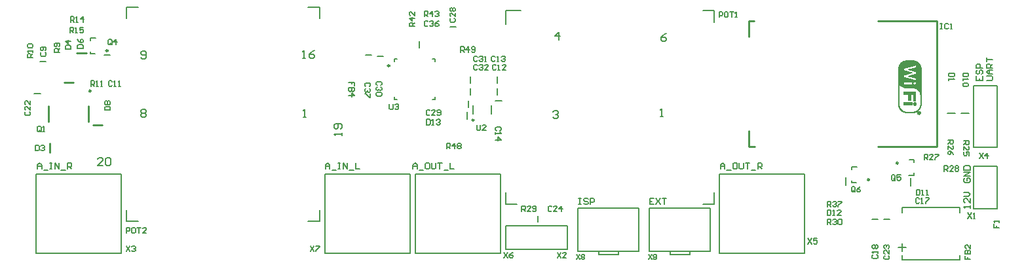
<source format=gto>
G04 Layer_Color=65535*
%FSLAX24Y24*%
%MOIN*%
G70*
G01*
G75*
%ADD31C,0.0098*%
%ADD61C,0.0100*%
%ADD65C,0.0079*%
%ADD66C,0.0059*%
%ADD67C,0.0005*%
D31*
X3707Y8655D02*
G03*
X3707Y8655I-49J0D01*
G01*
X43317Y4134D02*
G03*
X43317Y4134I-49J0D01*
G01*
X44783Y4980D02*
G03*
X44783Y4980I-49J0D01*
G01*
X4577Y10709D02*
G03*
X4577Y10709I-49J0D01*
G01*
X18907Y9941D02*
G03*
X18907Y9941I-49J0D01*
G01*
X23199Y7165D02*
G03*
X23199Y7165I-49J0D01*
G01*
D61*
X1534Y7087D02*
Y7874D01*
X3584Y7087D02*
Y7874D01*
X3810Y6927D02*
X4285D01*
X2998Y10593D02*
X3473D01*
X2334Y9093D02*
X2809D01*
X1612Y5503D02*
Y5978D01*
X43742Y12205D02*
X46742D01*
X37192D02*
X37442D01*
X37192Y11405D02*
Y12205D01*
Y5805D02*
Y6605D01*
Y5805D02*
X37492D01*
X43742D02*
X46742D01*
Y12205D01*
D65*
X18268Y10433D02*
X18583D01*
X15618Y4429D02*
X19949D01*
X15618Y394D02*
Y4429D01*
Y394D02*
X19949D01*
Y4429D01*
X24543Y394D02*
Y4429D01*
X20213Y394D02*
X24543D01*
X20213D02*
Y4429D01*
X24543D01*
X35697D02*
X40028D01*
X35697Y394D02*
Y4429D01*
Y394D02*
X40028D01*
Y4429D01*
X5248Y394D02*
Y4429D01*
X917Y394D02*
X5248D01*
X917D02*
Y4429D01*
X5248D01*
X48622Y2665D02*
Y2780D01*
Y2665D02*
X49803D01*
Y4831D01*
X48622D02*
X49803D01*
X48622Y2780D02*
Y4831D01*
Y5870D02*
Y8921D01*
X49803D01*
Y5772D02*
Y8921D01*
X48622Y5772D02*
X49803D01*
X48622D02*
Y5870D01*
X24803Y591D02*
X27854D01*
X24803D02*
Y1772D01*
X27953D01*
Y591D02*
Y1772D01*
X27854Y591D02*
X27953D01*
X42421Y4639D02*
Y4770D01*
X42677D01*
X42421Y3970D02*
Y4088D01*
Y3970D02*
X42652D01*
X45581Y4344D02*
Y4475D01*
X45325Y4344D02*
X45581D01*
Y5026D02*
Y5144D01*
X45350D02*
X45581D01*
X3681Y11214D02*
Y11345D01*
X3937D01*
X3681Y10545D02*
Y10663D01*
Y10545D02*
X3912D01*
X22835Y7205D02*
Y7598D01*
X42126Y3858D02*
Y4252D01*
X45433Y3819D02*
Y4213D01*
X47992Y7520D02*
X48386D01*
X47283D02*
X47677D01*
X24803Y2894D02*
X25394D01*
X24803D02*
Y3484D01*
X34843Y2894D02*
X35433D01*
Y3484D01*
Y12146D02*
Y12736D01*
X34843D02*
X35433D01*
X24803Y12047D02*
Y12736D01*
X25394D01*
X25591D01*
X5512Y12343D02*
Y12933D01*
X6102D01*
X14764D02*
X15354D01*
Y12343D02*
Y12933D01*
Y2008D02*
Y2598D01*
X14764Y2008D02*
X15354D01*
X14764D02*
X15354D01*
X5512D02*
X6102D01*
X5512D02*
Y2598D01*
X19154Y10148D02*
Y10276D01*
X19282D01*
X19154Y8228D02*
Y8356D01*
Y8228D02*
X19282D01*
X21201D02*
Y8356D01*
X21073Y8228D02*
X21201D01*
Y10148D02*
Y10276D01*
X21073D02*
X21201D01*
X35227Y483D02*
Y2683D01*
X32127Y483D02*
Y2683D01*
X35227D01*
X32127Y483D02*
X35227D01*
X33177Y333D02*
Y483D01*
Y333D02*
X34177D01*
Y441D01*
X31585Y483D02*
Y2683D01*
X28485Y483D02*
Y2683D01*
X31585D01*
X28485Y483D02*
X31585D01*
X29535Y333D02*
Y483D01*
Y333D02*
X30535D01*
Y441D01*
X23031Y8465D02*
Y8780D01*
Y9055D02*
Y9370D01*
X22913Y7835D02*
Y8150D01*
X21969Y11929D02*
X22283D01*
X26457Y1969D02*
Y2283D01*
X44035Y2106D02*
X44350D01*
X827Y8504D02*
X1142D01*
X43445Y2106D02*
X43760D01*
X24291Y8150D02*
X24606D01*
X24370Y9055D02*
Y9370D01*
Y8465D02*
Y8780D01*
X4370Y10472D02*
X4685D01*
X1102Y10157D02*
X1417D01*
X17677Y10472D02*
X17992D01*
X20433Y10866D02*
Y11181D01*
X23150Y7480D02*
Y7913D01*
X24094Y7480D02*
Y7913D01*
X27520Y11260D02*
Y11653D01*
X27323Y11457D01*
X27585D01*
X27205Y7572D02*
X27270Y7638D01*
X27402D01*
X27467Y7572D01*
Y7506D01*
X27402Y7441D01*
X27336D01*
X27402D01*
X27467Y7375D01*
Y7310D01*
X27402Y7244D01*
X27270D01*
X27205Y7310D01*
X32979Y11575D02*
X32848Y11509D01*
X32717Y11378D01*
Y11247D01*
X32782Y11181D01*
X32913D01*
X32979Y11247D01*
Y11312D01*
X32913Y11378D01*
X32717D01*
X32677Y7362D02*
X32808D01*
X32743D01*
Y7756D01*
X32677Y7690D01*
X14528Y7323D02*
X14659D01*
X14593D01*
Y7716D01*
X14528Y7651D01*
X6260D02*
X6325Y7716D01*
X6457D01*
X6522Y7651D01*
Y7585D01*
X6457Y7520D01*
X6522Y7454D01*
Y7388D01*
X6457Y7323D01*
X6325D01*
X6260Y7388D01*
Y7454D01*
X6325Y7520D01*
X6260Y7585D01*
Y7651D01*
X6325Y7520D02*
X6457D01*
X6260Y10341D02*
X6325Y10276D01*
X6457D01*
X6522Y10341D01*
Y10604D01*
X6457Y10669D01*
X6325D01*
X6260Y10604D01*
Y10538D01*
X6325Y10472D01*
X6522D01*
X14488Y10315D02*
X14619D01*
X14554D01*
Y10709D01*
X14488Y10643D01*
X15079Y10709D02*
X14947Y10643D01*
X14816Y10512D01*
Y10381D01*
X14882Y10315D01*
X15013D01*
X15079Y10381D01*
Y10446D01*
X15013Y10512D01*
X14816D01*
X16489Y6394D02*
Y6525D01*
Y6460D01*
X16096D01*
X16161Y6394D01*
X16424Y6722D02*
X16489Y6788D01*
Y6919D01*
X16424Y6985D01*
X16161D01*
X16096Y6919D01*
Y6788D01*
X16161Y6722D01*
X16227D01*
X16293Y6788D01*
Y6985D01*
X4317Y4843D02*
X4055D01*
X4317Y5105D01*
Y5171D01*
X4252Y5236D01*
X4121D01*
X4055Y5171D01*
X4449D02*
X4514Y5236D01*
X4645D01*
X4711Y5171D01*
Y4908D01*
X4645Y4843D01*
X4514D01*
X4449Y4908D01*
Y5171D01*
D66*
X47933Y2461D02*
Y2717D01*
X44980D02*
X47933D01*
X44980Y2461D02*
Y2717D01*
X47933Y39D02*
Y295D01*
X44980Y39D02*
X47933D01*
X44980D02*
Y295D01*
Y492D02*
Y886D01*
X44783Y689D02*
X45177D01*
X28530Y3193D02*
X28635D01*
X28582D01*
Y2878D01*
X28530D01*
X28635D01*
X29002Y3140D02*
X28950Y3193D01*
X28845D01*
X28792Y3140D01*
Y3088D01*
X28845Y3035D01*
X28950D01*
X29002Y2983D01*
Y2930D01*
X28950Y2878D01*
X28845D01*
X28792Y2930D01*
X29107Y2878D02*
Y3193D01*
X29265D01*
X29317Y3140D01*
Y3035D01*
X29265Y2983D01*
X29107D01*
X20098Y4676D02*
Y4886D01*
X20203Y4991D01*
X20308Y4886D01*
Y4676D01*
Y4833D01*
X20098D01*
X20413Y4623D02*
X20623D01*
X20886Y4991D02*
X20781D01*
X20728Y4938D01*
Y4728D01*
X20781Y4676D01*
X20886D01*
X20938Y4728D01*
Y4938D01*
X20886Y4991D01*
X21043D02*
Y4728D01*
X21095Y4676D01*
X21200D01*
X21253Y4728D01*
Y4991D01*
X21358D02*
X21568D01*
X21463D01*
Y4676D01*
X21673Y4623D02*
X21883D01*
X21988Y4991D02*
Y4676D01*
X22197D01*
X15656D02*
Y4886D01*
X15761Y4991D01*
X15866Y4886D01*
Y4676D01*
Y4833D01*
X15656D01*
X15971Y4623D02*
X16181D01*
X16286Y4991D02*
X16391D01*
X16338D01*
Y4676D01*
X16286D01*
X16391D01*
X16548D02*
Y4991D01*
X16758Y4676D01*
Y4991D01*
X16863Y4623D02*
X17073D01*
X17178Y4991D02*
Y4676D01*
X17388D01*
X32355Y3193D02*
X32145D01*
Y2878D01*
X32355D01*
X32145Y3035D02*
X32250D01*
X32460Y3193D02*
X32670Y2878D01*
Y3193D02*
X32460Y2878D01*
X32775Y3193D02*
X32985D01*
X32880D01*
Y2878D01*
X48752Y9403D02*
Y9193D01*
X49067D01*
Y9403D01*
X48910Y9193D02*
Y9298D01*
X48805Y9718D02*
X48752Y9665D01*
Y9560D01*
X48805Y9508D01*
X48857D01*
X48910Y9560D01*
Y9665D01*
X48962Y9718D01*
X49015D01*
X49067Y9665D01*
Y9560D01*
X49015Y9508D01*
X49067Y9823D02*
X48752D01*
Y9980D01*
X48805Y10033D01*
X48910D01*
X48962Y9980D01*
Y9823D01*
X49272Y9193D02*
X49534D01*
X49587Y9245D01*
Y9350D01*
X49534Y9403D01*
X49272D01*
X49587Y9508D02*
X49377D01*
X49272Y9613D01*
X49377Y9718D01*
X49587D01*
X49429D01*
Y9508D01*
X49587Y9823D02*
X49272D01*
Y9980D01*
X49324Y10033D01*
X49429D01*
X49482Y9980D01*
Y9823D01*
Y9928D02*
X49587Y10033D01*
X49272Y10137D02*
Y10347D01*
Y10242D01*
X49587D01*
X48445Y2697D02*
Y2802D01*
Y2749D01*
X48130D01*
X48183Y2697D01*
X48445Y3169D02*
Y2959D01*
X48235Y3169D01*
X48183D01*
X48130Y3117D01*
Y3012D01*
X48183Y2959D01*
X48130Y3274D02*
X48340D01*
X48445Y3379D01*
X48340Y3484D01*
X48130D01*
X991Y4676D02*
Y4886D01*
X1096Y4991D01*
X1201Y4886D01*
Y4676D01*
Y4833D01*
X991D01*
X1306Y4623D02*
X1515D01*
X1620Y4991D02*
X1725D01*
X1673D01*
Y4676D01*
X1620D01*
X1725D01*
X1883D02*
Y4991D01*
X2093Y4676D01*
Y4991D01*
X2198Y4623D02*
X2408D01*
X2513Y4676D02*
Y4991D01*
X2670D01*
X2722Y4938D01*
Y4833D01*
X2670Y4781D01*
X2513D01*
X2617D02*
X2722Y4676D01*
X48183Y4206D02*
X48130Y4153D01*
Y4049D01*
X48183Y3996D01*
X48392D01*
X48445Y4049D01*
Y4153D01*
X48392Y4206D01*
X48287D01*
Y4101D01*
X48445Y4311D02*
X48130D01*
X48445Y4521D01*
X48130D01*
Y4626D02*
X48445D01*
Y4783D01*
X48392Y4836D01*
X48183D01*
X48130Y4783D01*
Y4626D01*
X35748Y4676D02*
Y4886D01*
X35853Y4991D01*
X35958Y4886D01*
Y4676D01*
Y4833D01*
X35748D01*
X36063Y4623D02*
X36273D01*
X36535Y4991D02*
X36430D01*
X36378Y4938D01*
Y4728D01*
X36430Y4676D01*
X36535D01*
X36588Y4728D01*
Y4938D01*
X36535Y4991D01*
X36693D02*
Y4728D01*
X36745Y4676D01*
X36850D01*
X36902Y4728D01*
Y4991D01*
X37007D02*
X37217D01*
X37112D01*
Y4676D01*
X37322Y4623D02*
X37532D01*
X37637Y4676D02*
Y4991D01*
X37795D01*
X37847Y4938D01*
Y4833D01*
X37795Y4781D01*
X37637D01*
X37742D02*
X37847Y4676D01*
X47126Y4567D02*
Y4842D01*
X47264D01*
X47310Y4797D01*
Y4705D01*
X47264Y4659D01*
X47126D01*
X47218D02*
X47310Y4567D01*
X47585D02*
X47401D01*
X47585Y4751D01*
Y4797D01*
X47539Y4842D01*
X47447D01*
X47401Y4797D01*
X47677D02*
X47723Y4842D01*
X47815D01*
X47861Y4797D01*
Y4751D01*
X47815Y4705D01*
X47861Y4659D01*
Y4613D01*
X47815Y4567D01*
X47723D01*
X47677Y4613D01*
Y4659D01*
X47723Y4705D01*
X47677Y4751D01*
Y4797D01*
X47723Y4705D02*
X47815D01*
X4770Y11050D02*
Y11234D01*
X4724Y11279D01*
X4633D01*
X4587Y11234D01*
Y11050D01*
X4633Y11004D01*
X4724D01*
X4678Y11096D02*
X4770Y11004D01*
X4724D02*
X4770Y11050D01*
X5000Y11004D02*
Y11279D01*
X4862Y11142D01*
X5046D01*
X21811Y5709D02*
Y5984D01*
X21949D01*
X21995Y5938D01*
Y5846D01*
X21949Y5800D01*
X21811D01*
X21903D02*
X21995Y5709D01*
X22224D02*
Y5984D01*
X22087Y5846D01*
X22270D01*
X22362Y5938D02*
X22408Y5984D01*
X22500D01*
X22546Y5938D01*
Y5892D01*
X22500Y5846D01*
X22546Y5800D01*
Y5755D01*
X22500Y5709D01*
X22408D01*
X22362Y5755D01*
Y5800D01*
X22408Y5846D01*
X22362Y5892D01*
Y5938D01*
X22408Y5846D02*
X22500D01*
X28425Y315D02*
X28583Y79D01*
Y315D02*
X28425Y79D01*
X28661Y276D02*
X28701Y315D01*
X28779D01*
X28819Y276D01*
Y236D01*
X28779Y197D01*
X28819Y157D01*
Y118D01*
X28779Y79D01*
X28701D01*
X28661Y118D01*
Y157D01*
X28701Y197D01*
X28661Y236D01*
Y276D01*
X28701Y197D02*
X28779D01*
X20853Y12178D02*
X20807Y12224D01*
X20715D01*
X20669Y12178D01*
Y11995D01*
X20715Y11949D01*
X20807D01*
X20853Y11995D01*
X20945Y12178D02*
X20991Y12224D01*
X21083D01*
X21128Y12178D01*
Y12132D01*
X21083Y12087D01*
X21037D01*
X21083D01*
X21128Y12041D01*
Y11995D01*
X21083Y11949D01*
X20991D01*
X20945Y11995D01*
X21404Y12224D02*
X21312Y12178D01*
X21220Y12087D01*
Y11995D01*
X21266Y11949D01*
X21358D01*
X21404Y11995D01*
Y12041D01*
X21358Y12087D01*
X21220D01*
X17867Y8871D02*
X17913Y8917D01*
Y9009D01*
X17867Y9055D01*
X17684D01*
X17638Y9009D01*
Y8917D01*
X17684Y8871D01*
X17867Y8780D02*
X17913Y8734D01*
Y8642D01*
X17867Y8596D01*
X17821D01*
X17776Y8642D01*
Y8688D01*
Y8642D01*
X17730Y8596D01*
X17684D01*
X17638Y8642D01*
Y8734D01*
X17684Y8780D01*
X17913Y8504D02*
Y8320D01*
X17867D01*
X17684Y8504D01*
X17638D01*
X1188Y10617D02*
X1142Y10571D01*
Y10479D01*
X1188Y10433D01*
X1371D01*
X1417Y10479D01*
Y10571D01*
X1371Y10617D01*
Y10709D02*
X1417Y10754D01*
Y10846D01*
X1371Y10892D01*
X1188D01*
X1142Y10846D01*
Y10754D01*
X1188Y10709D01*
X1234D01*
X1280Y10754D01*
Y10892D01*
X4790Y9127D02*
X4744Y9173D01*
X4652D01*
X4606Y9127D01*
Y8944D01*
X4652Y8898D01*
X4744D01*
X4790Y8944D01*
X4882Y8898D02*
X4974D01*
X4928D01*
Y9173D01*
X4882Y9127D01*
X5111Y8898D02*
X5203D01*
X5157D01*
Y9173D01*
X5111Y9127D01*
X24318Y9954D02*
X24272Y10000D01*
X24180D01*
X24134Y9954D01*
Y9770D01*
X24180Y9724D01*
X24272D01*
X24318Y9770D01*
X24409Y9724D02*
X24501D01*
X24455D01*
Y10000D01*
X24409Y9954D01*
X24823Y9724D02*
X24639D01*
X24823Y9908D01*
Y9954D01*
X24777Y10000D01*
X24685D01*
X24639Y9954D01*
X24278Y10387D02*
X24232Y10433D01*
X24140D01*
X24094Y10387D01*
Y10203D01*
X24140Y10157D01*
X24232D01*
X24278Y10203D01*
X24370Y10157D02*
X24462D01*
X24416D01*
Y10433D01*
X24370Y10387D01*
X24600D02*
X24645Y10433D01*
X24737D01*
X24783Y10387D01*
Y10341D01*
X24737Y10295D01*
X24691D01*
X24737D01*
X24783Y10249D01*
Y10203D01*
X24737Y10157D01*
X24645D01*
X24600Y10203D01*
X24521Y6627D02*
X24567Y6673D01*
Y6765D01*
X24521Y6811D01*
X24337D01*
X24291Y6765D01*
Y6673D01*
X24337Y6627D01*
X24291Y6536D02*
Y6444D01*
Y6490D01*
X24567D01*
X24521Y6536D01*
X24291Y6168D02*
X24567D01*
X24429Y6306D01*
Y6122D01*
X45853Y3163D02*
X45807Y3209D01*
X45715D01*
X45669Y3163D01*
Y2979D01*
X45715Y2933D01*
X45807D01*
X45853Y2979D01*
X45945Y2933D02*
X46037D01*
X45991D01*
Y3209D01*
X45945Y3163D01*
X46174Y3209D02*
X46358D01*
Y3163D01*
X46174Y2979D01*
Y2933D01*
X43511Y302D02*
X43465Y256D01*
Y164D01*
X43511Y118D01*
X43694D01*
X43740Y164D01*
Y256D01*
X43694Y302D01*
X43740Y394D02*
Y485D01*
Y440D01*
X43465D01*
X43511Y394D01*
Y623D02*
X43465Y669D01*
Y761D01*
X43511Y807D01*
X43556D01*
X43602Y761D01*
X43648Y807D01*
X43694D01*
X43740Y761D01*
Y669D01*
X43694Y623D01*
X43648D01*
X43602Y669D01*
X43556Y623D01*
X43511D01*
X43602Y669D02*
Y761D01*
X400Y7585D02*
X354Y7539D01*
Y7447D01*
X400Y7402D01*
X584D01*
X630Y7447D01*
Y7539D01*
X584Y7585D01*
X630Y7861D02*
Y7677D01*
X446Y7861D01*
X400D01*
X354Y7815D01*
Y7723D01*
X400Y7677D01*
X630Y8136D02*
Y7953D01*
X446Y8136D01*
X400D01*
X354Y8090D01*
Y7998D01*
X400Y7953D01*
X44101Y262D02*
X44055Y216D01*
Y125D01*
X44101Y79D01*
X44285D01*
X44331Y125D01*
Y216D01*
X44285Y262D01*
X44331Y538D02*
Y354D01*
X44147Y538D01*
X44101D01*
X44055Y492D01*
Y400D01*
X44101Y354D01*
Y630D02*
X44055Y676D01*
Y767D01*
X44101Y813D01*
X44147D01*
X44193Y767D01*
Y722D01*
Y767D01*
X44239Y813D01*
X44285D01*
X44331Y767D01*
Y676D01*
X44285Y630D01*
X27152Y2749D02*
X27106Y2795D01*
X27014D01*
X26969Y2749D01*
Y2566D01*
X27014Y2520D01*
X27106D01*
X27152Y2566D01*
X27428Y2520D02*
X27244D01*
X27428Y2703D01*
Y2749D01*
X27382Y2795D01*
X27290D01*
X27244Y2749D01*
X27657Y2520D02*
Y2795D01*
X27520Y2657D01*
X27703D01*
X22015Y12349D02*
X21969Y12303D01*
Y12211D01*
X22015Y12165D01*
X22198D01*
X22244Y12211D01*
Y12303D01*
X22198Y12349D01*
X22244Y12625D02*
Y12441D01*
X22060Y12625D01*
X22015D01*
X21969Y12579D01*
Y12487D01*
X22015Y12441D01*
Y12716D02*
X21969Y12762D01*
Y12854D01*
X22015Y12900D01*
X22060D01*
X22106Y12854D01*
X22152Y12900D01*
X22198D01*
X22244Y12854D01*
Y12762D01*
X22198Y12716D01*
X22152D01*
X22106Y12762D01*
X22060Y12716D01*
X22015D01*
X22106Y12762D02*
Y12854D01*
X20951Y7651D02*
X20905Y7697D01*
X20814D01*
X20768Y7651D01*
Y7467D01*
X20814Y7421D01*
X20905D01*
X20951Y7467D01*
X21227Y7421D02*
X21043D01*
X21227Y7605D01*
Y7651D01*
X21181Y7697D01*
X21089D01*
X21043Y7651D01*
X21319Y7467D02*
X21365Y7421D01*
X21456D01*
X21502Y7467D01*
Y7651D01*
X21456Y7697D01*
X21365D01*
X21319Y7651D01*
Y7605D01*
X21365Y7559D01*
X21502D01*
X18458Y8950D02*
X18504Y8996D01*
Y9088D01*
X18458Y9134D01*
X18274D01*
X18228Y9088D01*
Y8996D01*
X18274Y8950D01*
X18458Y8858D02*
X18504Y8812D01*
Y8721D01*
X18458Y8675D01*
X18412D01*
X18366Y8721D01*
Y8767D01*
Y8721D01*
X18320Y8675D01*
X18274D01*
X18228Y8721D01*
Y8812D01*
X18274Y8858D01*
X18458Y8583D02*
X18504Y8537D01*
Y8445D01*
X18458Y8399D01*
X18274D01*
X18228Y8445D01*
Y8537D01*
X18274Y8583D01*
X18458D01*
X23373Y10387D02*
X23327Y10433D01*
X23235D01*
X23189Y10387D01*
Y10203D01*
X23235Y10157D01*
X23327D01*
X23373Y10203D01*
X23464Y10387D02*
X23510Y10433D01*
X23602D01*
X23648Y10387D01*
Y10341D01*
X23602Y10295D01*
X23556D01*
X23602D01*
X23648Y10249D01*
Y10203D01*
X23602Y10157D01*
X23510D01*
X23464Y10203D01*
X23740Y10157D02*
X23832D01*
X23786D01*
Y10433D01*
X23740Y10387D01*
X23373Y9954D02*
X23327Y10000D01*
X23235D01*
X23189Y9954D01*
Y9770D01*
X23235Y9724D01*
X23327D01*
X23373Y9770D01*
X23464Y9954D02*
X23510Y10000D01*
X23602D01*
X23648Y9954D01*
Y9908D01*
X23602Y9862D01*
X23556D01*
X23602D01*
X23648Y9816D01*
Y9770D01*
X23602Y9724D01*
X23510D01*
X23464Y9770D01*
X23924Y9724D02*
X23740D01*
X23924Y9908D01*
Y9954D01*
X23878Y10000D01*
X23786D01*
X23740Y9954D01*
X47638Y9567D02*
X47362D01*
Y9429D01*
X47408Y9383D01*
X47592D01*
X47638Y9429D01*
Y9567D01*
X47362Y9291D02*
Y9200D01*
Y9246D01*
X47638D01*
X47592Y9291D01*
X886Y5886D02*
Y5610D01*
X1024D01*
X1069Y5656D01*
Y5840D01*
X1024Y5886D01*
X886D01*
X1161Y5840D02*
X1207Y5886D01*
X1299D01*
X1345Y5840D01*
Y5794D01*
X1299Y5748D01*
X1253D01*
X1299D01*
X1345Y5702D01*
Y5656D01*
X1299Y5610D01*
X1207D01*
X1161Y5656D01*
X2402Y10787D02*
X2677D01*
Y10925D01*
X2631Y10971D01*
X2448D01*
X2402Y10925D01*
Y10787D01*
X2677Y11201D02*
X2402D01*
X2539Y11063D01*
Y11247D01*
X3032Y10827D02*
X3307D01*
Y10965D01*
X3261Y11010D01*
X3077D01*
X3032Y10965D01*
Y10827D01*
Y11286D02*
X3077Y11194D01*
X3169Y11102D01*
X3261D01*
X3307Y11148D01*
Y11240D01*
X3261Y11286D01*
X3215D01*
X3169Y11240D01*
Y11102D01*
X4685Y7677D02*
X4409D01*
Y7815D01*
X4455Y7861D01*
X4639D01*
X4685Y7815D01*
Y7677D01*
X4639Y7953D02*
X4685Y7999D01*
Y8090D01*
X4639Y8136D01*
X4593D01*
X4547Y8090D01*
X4501Y8136D01*
X4455D01*
X4409Y8090D01*
Y7999D01*
X4455Y7953D01*
X4501D01*
X4547Y7999D01*
X4593Y7953D01*
X4639D01*
X4547Y7999D02*
Y8090D01*
X48346Y9567D02*
X48071D01*
Y9429D01*
X48117Y9383D01*
X48300D01*
X48346Y9429D01*
Y9567D01*
X48071Y9291D02*
Y9200D01*
Y9246D01*
X48346D01*
X48300Y9291D01*
Y9062D02*
X48346Y9016D01*
Y8924D01*
X48300Y8878D01*
X48117D01*
X48071Y8924D01*
Y9016D01*
X48117Y9062D01*
X48300D01*
X45709Y3632D02*
Y3356D01*
X45846D01*
X45892Y3402D01*
Y3586D01*
X45846Y3632D01*
X45709D01*
X45984Y3356D02*
X46076D01*
X46030D01*
Y3632D01*
X45984Y3586D01*
X46214Y3356D02*
X46306D01*
X46260D01*
Y3632D01*
X46214Y3586D01*
X41181Y2598D02*
Y2323D01*
X41319D01*
X41365Y2369D01*
Y2552D01*
X41319Y2598D01*
X41181D01*
X41457Y2323D02*
X41548D01*
X41503D01*
Y2598D01*
X41457Y2552D01*
X41870Y2323D02*
X41686D01*
X41870Y2506D01*
Y2552D01*
X41824Y2598D01*
X41732D01*
X41686Y2552D01*
X20787Y7205D02*
Y6929D01*
X20925D01*
X20971Y6975D01*
Y7159D01*
X20925Y7205D01*
X20787D01*
X21063Y6929D02*
X21155D01*
X21109D01*
Y7205D01*
X21063Y7159D01*
X21292D02*
X21338Y7205D01*
X21430D01*
X21476Y7159D01*
Y7113D01*
X21430Y7067D01*
X21384D01*
X21430D01*
X21476Y7021D01*
Y6975D01*
X21430Y6929D01*
X21338D01*
X21292Y6975D01*
X49646Y1877D02*
Y1693D01*
X49784D01*
Y1785D01*
Y1693D01*
X49921D01*
Y1968D02*
Y2060D01*
Y2014D01*
X49646D01*
X49692Y1968D01*
X48189Y262D02*
Y79D01*
X48327D01*
Y171D01*
Y79D01*
X48465D01*
X48189Y354D02*
X48465D01*
Y492D01*
X48419Y538D01*
X48373D01*
X48327Y492D01*
Y354D01*
Y492D01*
X48281Y538D01*
X48235D01*
X48189Y492D01*
Y354D01*
X48465Y813D02*
Y630D01*
X48281Y813D01*
X48235D01*
X48189Y767D01*
Y676D01*
X48235Y630D01*
X17106Y8911D02*
Y9094D01*
X16968D01*
Y9003D01*
Y9094D01*
X16831D01*
X17106Y8819D02*
X16831D01*
Y8681D01*
X16877Y8635D01*
X16923D01*
X16968Y8681D01*
Y8819D01*
Y8681D01*
X17014Y8635D01*
X17060D01*
X17106Y8681D01*
Y8819D01*
X16831Y8406D02*
X17106D01*
X16968Y8543D01*
Y8360D01*
X32087Y315D02*
X32244Y79D01*
Y315D02*
X32087Y79D01*
X32323Y118D02*
X32362Y79D01*
X32441D01*
X32480Y118D01*
Y276D01*
X32441Y315D01*
X32362D01*
X32323Y276D01*
Y236D01*
X32362Y197D01*
X32480D01*
X35669Y12402D02*
Y12677D01*
X35807D01*
X35853Y12631D01*
Y12539D01*
X35807Y12493D01*
X35669D01*
X36083Y12677D02*
X35991D01*
X35945Y12631D01*
Y12447D01*
X35991Y12402D01*
X36083D01*
X36128Y12447D01*
Y12631D01*
X36083Y12677D01*
X36220D02*
X36404D01*
X36312D01*
Y12402D01*
X36496D02*
X36588D01*
X36542D01*
Y12677D01*
X36496Y12631D01*
X5512Y1417D02*
Y1693D01*
X5650D01*
X5695Y1647D01*
Y1555D01*
X5650Y1509D01*
X5512D01*
X5925Y1693D02*
X5833D01*
X5787Y1647D01*
Y1463D01*
X5833Y1417D01*
X5925D01*
X5971Y1463D01*
Y1647D01*
X5925Y1693D01*
X6063D02*
X6246D01*
X6155D01*
Y1417D01*
X6522D02*
X6338D01*
X6522Y1601D01*
Y1647D01*
X6476Y1693D01*
X6384D01*
X6338Y1647D01*
X1168Y6621D02*
Y6804D01*
X1122Y6850D01*
X1030D01*
X984Y6804D01*
Y6621D01*
X1030Y6575D01*
X1122D01*
X1076Y6667D02*
X1168Y6575D01*
X1122D02*
X1168Y6621D01*
X1260Y6575D02*
X1352D01*
X1306D01*
Y6850D01*
X1260Y6804D01*
X44632Y4140D02*
Y4324D01*
X44587Y4370D01*
X44495D01*
X44449Y4324D01*
Y4140D01*
X44495Y4094D01*
X44587D01*
X44541Y4186D02*
X44632Y4094D01*
X44587D02*
X44632Y4140D01*
X44908Y4370D02*
X44724D01*
Y4232D01*
X44816Y4278D01*
X44862D01*
X44908Y4232D01*
Y4140D01*
X44862Y4094D01*
X44770D01*
X44724Y4140D01*
X3701Y8898D02*
Y9173D01*
X3839D01*
X3884Y9127D01*
Y9035D01*
X3839Y8989D01*
X3701D01*
X3793D02*
X3884Y8898D01*
X3976D02*
X4068D01*
X4022D01*
Y9173D01*
X3976Y9127D01*
X4206Y8898D02*
X4298D01*
X4252D01*
Y9173D01*
X4206Y9127D01*
X2677Y12165D02*
Y12441D01*
X2815D01*
X2861Y12395D01*
Y12303D01*
X2815Y12257D01*
X2677D01*
X2769D02*
X2861Y12165D01*
X2953D02*
X3045D01*
X2999D01*
Y12441D01*
X2953Y12395D01*
X3320Y12165D02*
Y12441D01*
X3182Y12303D01*
X3366D01*
X2638Y11614D02*
Y11890D01*
X2776D01*
X2821Y11844D01*
Y11752D01*
X2776Y11706D01*
X2638D01*
X2730D02*
X2821Y11614D01*
X2913D02*
X3005D01*
X2959D01*
Y11890D01*
X2913Y11844D01*
X3327Y11890D02*
X3143D01*
Y11752D01*
X3235Y11798D01*
X3281D01*
X3327Y11752D01*
Y11660D01*
X3281Y11614D01*
X3189D01*
X3143Y11660D01*
X48110Y6102D02*
X48386D01*
Y5965D01*
X48340Y5919D01*
X48248D01*
X48202Y5965D01*
Y6102D01*
Y6011D02*
X48110Y5919D01*
Y5643D02*
Y5827D01*
X48294Y5643D01*
X48340D01*
X48386Y5689D01*
Y5781D01*
X48340Y5827D01*
X48386Y5368D02*
Y5551D01*
X48248D01*
X48294Y5460D01*
Y5414D01*
X48248Y5368D01*
X48156D01*
X48110Y5414D01*
Y5505D01*
X48156Y5551D01*
X47323Y6142D02*
X47598D01*
Y6004D01*
X47552Y5958D01*
X47461D01*
X47415Y6004D01*
Y6142D01*
Y6050D02*
X47323Y5958D01*
Y5683D02*
Y5866D01*
X47506Y5683D01*
X47552D01*
X47598Y5728D01*
Y5820D01*
X47552Y5866D01*
X47598Y5407D02*
X47552Y5499D01*
X47461Y5591D01*
X47369D01*
X47323Y5545D01*
Y5453D01*
X47369Y5407D01*
X47415D01*
X47461Y5453D01*
Y5591D01*
X46102Y5157D02*
Y5433D01*
X46240D01*
X46286Y5387D01*
Y5295D01*
X46240Y5249D01*
X46102D01*
X46194D02*
X46286Y5157D01*
X46562D02*
X46378D01*
X46562Y5341D01*
Y5387D01*
X46516Y5433D01*
X46424D01*
X46378Y5387D01*
X46653Y5433D02*
X46837D01*
Y5387D01*
X46653Y5203D01*
Y5157D01*
X25630Y2520D02*
Y2795D01*
X25768D01*
X25814Y2749D01*
Y2657D01*
X25768Y2612D01*
X25630D01*
X25722D02*
X25814Y2520D01*
X26089D02*
X25905D01*
X26089Y2703D01*
Y2749D01*
X26043Y2795D01*
X25951D01*
X25905Y2749D01*
X26181Y2566D02*
X26227Y2520D01*
X26319D01*
X26365Y2566D01*
Y2749D01*
X26319Y2795D01*
X26227D01*
X26181Y2749D01*
Y2703D01*
X26227Y2657D01*
X26365D01*
X41181Y1850D02*
Y2126D01*
X41319D01*
X41365Y2080D01*
Y1988D01*
X41319Y1942D01*
X41181D01*
X41273D02*
X41365Y1850D01*
X41457Y2080D02*
X41503Y2126D01*
X41594D01*
X41640Y2080D01*
Y2034D01*
X41594Y1988D01*
X41548D01*
X41594D01*
X41640Y1942D01*
Y1896D01*
X41594Y1850D01*
X41503D01*
X41457Y1896D01*
X41732Y2080D02*
X41778Y2126D01*
X41870D01*
X41916Y2080D01*
Y1896D01*
X41870Y1850D01*
X41778D01*
X41732Y1896D01*
Y2080D01*
X41181Y2756D02*
Y3031D01*
X41319D01*
X41365Y2985D01*
Y2894D01*
X41319Y2848D01*
X41181D01*
X41273D02*
X41365Y2756D01*
X41457Y2985D02*
X41503Y3031D01*
X41594D01*
X41640Y2985D01*
Y2940D01*
X41594Y2894D01*
X41548D01*
X41594D01*
X41640Y2848D01*
Y2802D01*
X41594Y2756D01*
X41503D01*
X41457Y2802D01*
X41732Y3031D02*
X41916D01*
Y2985D01*
X41732Y2802D01*
Y2756D01*
X20177Y11949D02*
X19902D01*
Y12087D01*
X19948Y12132D01*
X20039D01*
X20085Y12087D01*
Y11949D01*
Y12041D02*
X20177Y12132D01*
Y12362D02*
X19902D01*
X20039Y12224D01*
Y12408D01*
X20177Y12683D02*
Y12500D01*
X19993Y12683D01*
X19948D01*
X19902Y12638D01*
Y12546D01*
X19948Y12500D01*
X20669Y12441D02*
Y12716D01*
X20807D01*
X20853Y12671D01*
Y12579D01*
X20807Y12533D01*
X20669D01*
X20761D02*
X20853Y12441D01*
X21083D02*
Y12716D01*
X20945Y12579D01*
X21128D01*
X21220Y12671D02*
X21266Y12716D01*
X21358D01*
X21404Y12671D01*
Y12625D01*
X21358Y12579D01*
X21312D01*
X21358D01*
X21404Y12533D01*
Y12487D01*
X21358Y12441D01*
X21266D01*
X21220Y12487D01*
X23346Y6929D02*
Y6699D01*
X23392Y6654D01*
X23484D01*
X23530Y6699D01*
Y6929D01*
X23806Y6654D02*
X23622D01*
X23806Y6837D01*
Y6883D01*
X23760Y6929D01*
X23668D01*
X23622Y6883D01*
X18898Y7992D02*
Y7762D01*
X18944Y7717D01*
X19035D01*
X19081Y7762D01*
Y7992D01*
X19173Y7946D02*
X19219Y7992D01*
X19311D01*
X19357Y7946D01*
Y7900D01*
X19311Y7854D01*
X19265D01*
X19311D01*
X19357Y7808D01*
Y7762D01*
X19311Y7717D01*
X19219D01*
X19173Y7762D01*
X27441Y433D02*
X27625Y157D01*
Y433D02*
X27441Y157D01*
X27900D02*
X27716D01*
X27900Y341D01*
Y387D01*
X27854Y433D01*
X27762D01*
X27716Y387D01*
X5512Y748D02*
X5695Y472D01*
Y748D02*
X5512Y472D01*
X5787Y702D02*
X5833Y748D01*
X5925D01*
X5971Y702D01*
Y656D01*
X5925Y610D01*
X5879D01*
X5925D01*
X5971Y564D01*
Y518D01*
X5925Y472D01*
X5833D01*
X5787Y518D01*
X48917Y5492D02*
X49101Y5217D01*
Y5492D02*
X48917Y5217D01*
X49331D02*
Y5492D01*
X49193Y5354D01*
X49376D01*
X40197Y1142D02*
X40381Y866D01*
Y1142D02*
X40197Y866D01*
X40656Y1142D02*
X40472D01*
Y1004D01*
X40564Y1050D01*
X40610D01*
X40656Y1004D01*
Y912D01*
X40610Y866D01*
X40518D01*
X40472Y912D01*
X24724Y433D02*
X24908Y157D01*
Y433D02*
X24724Y157D01*
X25184Y433D02*
X25092Y387D01*
X25000Y295D01*
Y203D01*
X25046Y157D01*
X25138D01*
X25184Y203D01*
Y249D01*
X25138Y295D01*
X25000D01*
X14882Y748D02*
X15066Y472D01*
Y748D02*
X14882Y472D01*
X15157Y748D02*
X15341D01*
Y702D01*
X15157Y518D01*
Y472D01*
X22520Y10630D02*
Y10905D01*
X22657D01*
X22703Y10860D01*
Y10768D01*
X22657Y10722D01*
X22520D01*
X22612D02*
X22703Y10630D01*
X22933D02*
Y10905D01*
X22795Y10768D01*
X22979D01*
X23071Y10676D02*
X23117Y10630D01*
X23208D01*
X23254Y10676D01*
Y10860D01*
X23208Y10905D01*
X23117D01*
X23071Y10860D01*
Y10814D01*
X23117Y10768D01*
X23254D01*
X48327Y2441D02*
X48510Y2165D01*
Y2441D02*
X48327Y2165D01*
X48602D02*
X48694D01*
X48648D01*
Y2441D01*
X48602Y2395D01*
X42585Y3550D02*
Y3734D01*
X42539Y3779D01*
X42447D01*
X42402Y3734D01*
Y3550D01*
X42447Y3504D01*
X42539D01*
X42493Y3596D02*
X42585Y3504D01*
X42539D02*
X42585Y3550D01*
X42861Y3779D02*
X42769Y3734D01*
X42677Y3642D01*
Y3550D01*
X42723Y3504D01*
X42815D01*
X42861Y3550D01*
Y3596D01*
X42815Y3642D01*
X42677D01*
X46929Y12087D02*
X47021D01*
X46975D01*
Y11811D01*
X46929D01*
X47021D01*
X47342Y12041D02*
X47296Y12087D01*
X47205D01*
X47159Y12041D01*
Y11857D01*
X47205Y11811D01*
X47296D01*
X47342Y11857D01*
X47434Y11811D02*
X47526D01*
X47480D01*
Y12087D01*
X47434Y12041D01*
X2126Y10630D02*
X1850D01*
Y10768D01*
X1896Y10814D01*
X1988D01*
X2034Y10768D01*
Y10630D01*
Y10722D02*
X2126Y10814D01*
X2080Y10905D02*
X2126Y10951D01*
Y11043D01*
X2080Y11089D01*
X1896D01*
X1850Y11043D01*
Y10951D01*
X1896Y10905D01*
X1942D01*
X1988Y10951D01*
Y11089D01*
X748Y10354D02*
X473D01*
Y10492D01*
X518Y10538D01*
X610D01*
X656Y10492D01*
Y10354D01*
Y10446D02*
X748Y10538D01*
Y10630D02*
Y10722D01*
Y10676D01*
X473D01*
X518Y10630D01*
Y10859D02*
X473Y10905D01*
Y10997D01*
X518Y11043D01*
X702D01*
X748Y10997D01*
Y10905D01*
X702Y10859D01*
X518D01*
D67*
X44777Y7955D02*
Y9805D01*
X44782Y7915D02*
Y9840D01*
X44787Y7895D02*
Y9865D01*
X44792Y7875D02*
Y9885D01*
X44797Y7860D02*
Y9900D01*
X44802Y7845D02*
Y9915D01*
X44807Y7830D02*
Y9930D01*
X44812Y7820D02*
Y9940D01*
X44817Y7810D02*
Y9950D01*
X44822Y7800D02*
Y7945D01*
Y9010D02*
Y9960D01*
X44827Y7790D02*
Y7910D01*
Y9005D02*
Y9970D01*
X44832Y7780D02*
Y7885D01*
Y8995D02*
Y9980D01*
X44837Y7770D02*
Y7870D01*
Y8990D02*
Y9990D01*
X44842Y7760D02*
Y7855D01*
Y8985D02*
Y10000D01*
X44847Y7755D02*
Y7840D01*
Y8980D02*
Y10005D01*
X44852Y7745D02*
Y7830D01*
Y8975D02*
Y10015D01*
X44857Y7740D02*
Y7820D01*
Y8970D02*
Y10020D01*
X44862Y7735D02*
Y7810D01*
Y8965D02*
Y10030D01*
X44867Y7725D02*
Y7800D01*
Y8960D02*
Y10035D01*
X44872Y7720D02*
Y7790D01*
Y8955D02*
Y10040D01*
X44877Y7715D02*
Y7780D01*
Y8950D02*
Y10045D01*
X44882Y7710D02*
Y7775D01*
Y8945D02*
Y10050D01*
X44887Y7700D02*
Y7765D01*
Y8940D02*
Y10060D01*
X44892Y7695D02*
Y7760D01*
Y8935D02*
Y10065D01*
X44897Y7690D02*
Y7755D01*
Y8935D02*
Y10070D01*
X44902Y7685D02*
Y7745D01*
Y8930D02*
Y10075D01*
X44907Y7680D02*
Y7740D01*
Y8925D02*
Y10080D01*
X44912Y7675D02*
Y7735D01*
Y8920D02*
Y10085D01*
X44917Y7670D02*
Y7730D01*
Y8915D02*
Y10090D01*
X44922Y7665D02*
Y7725D01*
Y8915D02*
Y10095D01*
X44927Y7660D02*
Y7715D01*
Y8910D02*
Y10100D01*
X44932Y7660D02*
Y7710D01*
Y8905D02*
Y10105D01*
X44937Y7655D02*
Y7705D01*
Y8905D02*
Y10105D01*
X44942Y7650D02*
Y7700D01*
Y8900D02*
Y10110D01*
X44947Y7645D02*
Y7700D01*
Y8895D02*
Y10115D01*
X44952Y7640D02*
Y7695D01*
Y8895D02*
Y10120D01*
X44957Y7640D02*
Y7690D01*
Y8890D02*
Y10120D01*
X44962Y7635D02*
Y7685D01*
Y8885D02*
Y10125D01*
X44967Y7630D02*
Y7680D01*
Y8885D02*
Y10130D01*
X44972Y7625D02*
Y7675D01*
Y8880D02*
Y10135D01*
X44977Y7625D02*
Y7675D01*
Y8880D02*
Y10135D01*
X44982Y7620D02*
Y7670D01*
Y8875D02*
Y10140D01*
X44987Y7615D02*
Y7665D01*
Y8875D02*
Y10145D01*
X44992Y7615D02*
Y7660D01*
Y8870D02*
Y10145D01*
X44997Y7610D02*
Y7660D01*
Y8870D02*
Y10150D01*
X45002Y7610D02*
Y7655D01*
Y8865D02*
Y10150D01*
X45007Y7605D02*
Y7650D01*
Y8865D02*
Y10155D01*
X45012Y7605D02*
Y7650D01*
Y8860D02*
Y10160D01*
X45017Y7600D02*
Y7645D01*
Y8860D02*
Y10160D01*
X45022Y7600D02*
Y7645D01*
Y8860D02*
Y10165D01*
X45027Y7595D02*
Y7640D01*
Y8855D02*
Y10165D01*
X45032Y7595D02*
Y7640D01*
Y8855D02*
Y10170D01*
X45037Y7590D02*
Y7635D01*
Y8850D02*
Y10170D01*
X45042Y7590D02*
Y7635D01*
Y8850D02*
Y10170D01*
X45047Y7585D02*
Y7630D01*
Y8850D02*
Y10175D01*
X45052Y7585D02*
Y7630D01*
Y8845D02*
Y10175D01*
X45057Y7580D02*
Y7625D01*
Y7940D02*
Y7945D01*
Y7960D02*
Y8040D01*
Y8050D02*
Y8060D01*
Y8480D02*
Y8605D01*
Y8845D02*
Y9000D01*
Y9125D02*
Y9360D01*
Y9440D02*
Y9450D01*
Y9455D02*
Y9460D01*
Y9470D02*
Y9720D01*
Y9800D02*
Y9805D01*
Y9815D02*
Y10180D01*
X45062Y7580D02*
Y7625D01*
Y7940D02*
Y8070D01*
Y8480D02*
Y8615D01*
Y8845D02*
Y9000D01*
Y9130D02*
Y9360D01*
Y9470D02*
Y9710D01*
Y9820D02*
Y10180D01*
X45067Y7580D02*
Y7620D01*
Y7940D02*
Y8070D01*
Y8480D02*
Y8615D01*
Y8840D02*
Y9000D01*
Y9130D02*
Y9355D01*
Y9470D02*
Y9710D01*
Y9820D02*
Y10180D01*
X45072Y7575D02*
Y7620D01*
Y7940D02*
Y8070D01*
Y8480D02*
Y8615D01*
Y8840D02*
Y9000D01*
Y9130D02*
Y9355D01*
Y9475D02*
Y9710D01*
Y9820D02*
Y10185D01*
X45077Y7575D02*
Y7620D01*
Y7940D02*
Y8070D01*
Y8480D02*
Y8615D01*
Y8840D02*
Y9000D01*
Y9125D02*
Y9355D01*
Y9475D02*
Y9705D01*
Y9825D02*
Y10185D01*
X45082Y7575D02*
Y7615D01*
Y7940D02*
Y8070D01*
Y8480D02*
Y8615D01*
Y8840D02*
Y9000D01*
Y9125D02*
Y9355D01*
Y9475D02*
Y9705D01*
Y9825D02*
Y10190D01*
X45087Y7570D02*
Y7615D01*
Y7940D02*
Y8070D01*
Y8480D02*
Y8615D01*
Y8835D02*
Y9000D01*
Y9130D02*
Y9350D01*
Y9480D02*
Y9705D01*
Y9825D02*
Y10190D01*
X45092Y7570D02*
Y7615D01*
Y7940D02*
Y8070D01*
Y8480D02*
Y8615D01*
Y8835D02*
Y9000D01*
Y9130D02*
Y9350D01*
Y9480D02*
Y9700D01*
Y9825D02*
Y10190D01*
X45097Y7570D02*
Y7610D01*
Y7940D02*
Y8070D01*
Y8480D02*
Y8615D01*
Y8835D02*
Y9000D01*
Y9130D02*
Y9350D01*
Y9480D02*
Y9700D01*
Y9830D02*
Y10190D01*
X45102Y7565D02*
Y7610D01*
Y7940D02*
Y8070D01*
Y8480D02*
Y8615D01*
Y8835D02*
Y9000D01*
Y9130D02*
Y9350D01*
Y9480D02*
Y9700D01*
Y9830D02*
Y10195D01*
X45107Y7565D02*
Y7610D01*
Y7940D02*
Y8070D01*
Y8480D02*
Y8615D01*
Y8830D02*
Y9000D01*
Y9130D02*
Y9345D01*
Y9485D02*
Y9700D01*
Y9830D02*
Y10195D01*
X45112Y7565D02*
Y7605D01*
Y7940D02*
Y8070D01*
Y8480D02*
Y8615D01*
Y8830D02*
Y9000D01*
Y9130D02*
Y9345D01*
Y9485D02*
Y9695D01*
Y9835D02*
Y10195D01*
X45117Y7565D02*
Y7605D01*
Y7940D02*
Y8070D01*
Y8480D02*
Y8615D01*
Y8830D02*
Y9000D01*
Y9130D02*
Y9345D01*
Y9485D02*
Y9695D01*
Y9835D02*
Y10200D01*
X45122Y7560D02*
Y7605D01*
Y7940D02*
Y8070D01*
Y8480D02*
Y8615D01*
Y8830D02*
Y9000D01*
Y9130D02*
Y9340D01*
Y9490D02*
Y9695D01*
Y9835D02*
Y10200D01*
X45127Y7560D02*
Y7605D01*
Y7940D02*
Y8070D01*
Y8480D02*
Y8615D01*
Y8830D02*
Y9000D01*
Y9130D02*
Y9340D01*
Y9490D02*
Y9690D01*
Y9835D02*
Y10200D01*
X45132Y7560D02*
Y7600D01*
Y7940D02*
Y8070D01*
Y8480D02*
Y8615D01*
Y8825D02*
Y9000D01*
Y9130D02*
Y9340D01*
Y9490D02*
Y9690D01*
Y9840D02*
Y10200D01*
X45137Y7560D02*
Y7600D01*
Y7940D02*
Y8070D01*
Y8480D02*
Y8615D01*
Y8825D02*
Y9000D01*
Y9130D02*
Y9340D01*
Y9490D02*
Y9690D01*
Y9840D02*
Y10200D01*
X45142Y7560D02*
Y7600D01*
Y7940D02*
Y8070D01*
Y8480D02*
Y8615D01*
Y8825D02*
Y9000D01*
Y9130D02*
Y9335D01*
Y9495D02*
Y9690D01*
Y9840D02*
Y10205D01*
X45147Y7555D02*
Y7600D01*
Y7940D02*
Y8070D01*
Y8480D02*
Y8615D01*
Y8825D02*
Y9000D01*
Y9130D02*
Y9335D01*
Y9495D02*
Y9685D01*
Y9840D02*
Y10205D01*
X45152Y7555D02*
Y7600D01*
Y7940D02*
Y8070D01*
Y8480D02*
Y8615D01*
Y8825D02*
Y9000D01*
Y9130D02*
Y9335D01*
Y9495D02*
Y9685D01*
Y9845D02*
Y10205D01*
X45157Y7555D02*
Y7595D01*
Y7940D02*
Y8070D01*
Y8480D02*
Y8615D01*
Y8825D02*
Y9000D01*
Y9130D02*
Y9335D01*
Y9500D02*
Y9685D01*
Y9845D02*
Y10205D01*
X45162Y7555D02*
Y7595D01*
Y7940D02*
Y8070D01*
Y8480D02*
Y8615D01*
Y8825D02*
Y9000D01*
Y9130D02*
Y9330D01*
Y9500D02*
Y9680D01*
Y9845D02*
Y10205D01*
X45167Y7555D02*
Y7595D01*
Y7940D02*
Y8070D01*
Y8480D02*
Y8615D01*
Y8825D02*
Y9000D01*
Y9130D02*
Y9330D01*
Y9500D02*
Y9680D01*
Y9845D02*
Y10205D01*
X45172Y7555D02*
Y7595D01*
Y7940D02*
Y8070D01*
Y8480D02*
Y8615D01*
Y8820D02*
Y9000D01*
Y9130D02*
Y9330D01*
Y9505D02*
Y9680D01*
Y9850D02*
Y10205D01*
X45177Y7550D02*
Y7595D01*
Y7940D02*
Y8070D01*
Y8480D02*
Y8615D01*
Y8820D02*
Y9000D01*
Y9130D02*
Y9330D01*
Y9505D02*
Y9680D01*
Y9850D02*
Y10210D01*
X45182Y7550D02*
Y7595D01*
Y7940D02*
Y8070D01*
Y8480D02*
Y8615D01*
Y8820D02*
Y9000D01*
Y9130D02*
Y9325D01*
Y9505D02*
Y9675D01*
Y9850D02*
Y10210D01*
X45187Y7550D02*
Y7595D01*
Y7940D02*
Y8070D01*
Y8480D02*
Y8615D01*
Y8820D02*
Y9000D01*
Y9130D02*
Y9325D01*
Y9505D02*
Y9675D01*
Y9855D02*
Y10210D01*
X45192Y7550D02*
Y7595D01*
Y7940D02*
Y8070D01*
Y8480D02*
Y8615D01*
Y8820D02*
Y9000D01*
Y9130D02*
Y9325D01*
Y9510D02*
Y9675D01*
Y9855D02*
Y10210D01*
X45197Y7550D02*
Y7595D01*
Y7940D02*
Y8070D01*
Y8480D02*
Y8615D01*
Y8820D02*
Y9000D01*
Y9130D02*
Y9325D01*
Y9510D02*
Y9670D01*
Y9855D02*
Y10210D01*
X45202Y7550D02*
Y7595D01*
Y7940D02*
Y8070D01*
Y8480D02*
Y8615D01*
Y8820D02*
Y9000D01*
Y9130D02*
Y9320D01*
Y9510D02*
Y9670D01*
Y9855D02*
Y10210D01*
X45207Y7550D02*
Y7595D01*
Y7940D02*
Y8070D01*
Y8480D02*
Y8615D01*
Y8820D02*
Y9000D01*
Y9130D02*
Y9320D01*
Y9515D02*
Y9670D01*
Y9860D02*
Y10210D01*
X45212Y7550D02*
Y7595D01*
Y7940D02*
Y8070D01*
Y8480D02*
Y8615D01*
Y8820D02*
Y9000D01*
Y9130D02*
Y9320D01*
Y9515D02*
Y9670D01*
Y9860D02*
Y10210D01*
X45217Y7550D02*
Y7595D01*
Y7940D02*
Y8070D01*
Y8480D02*
Y8615D01*
Y8820D02*
Y9000D01*
Y9130D02*
Y9315D01*
Y9515D02*
Y9665D01*
Y9860D02*
Y10210D01*
X45222Y7550D02*
Y7595D01*
Y7940D02*
Y8070D01*
Y8480D02*
Y8615D01*
Y8820D02*
Y9000D01*
Y9130D02*
Y9315D01*
Y9515D02*
Y9665D01*
Y9860D02*
Y10210D01*
X45227Y7550D02*
Y7595D01*
Y7940D02*
Y8070D01*
Y8480D02*
Y8615D01*
Y8820D02*
Y9000D01*
Y9130D02*
Y9315D01*
Y9520D02*
Y9665D01*
Y9865D02*
Y10210D01*
X45232Y7550D02*
Y7595D01*
Y7940D02*
Y8070D01*
Y8480D02*
Y8615D01*
Y8820D02*
Y9000D01*
Y9130D02*
Y9315D01*
Y9520D02*
Y9660D01*
Y9865D02*
Y10210D01*
X45237Y7550D02*
Y7595D01*
Y7940D02*
Y8070D01*
Y8480D02*
Y8615D01*
Y8820D02*
Y9000D01*
Y9130D02*
Y9310D01*
Y9520D02*
Y9660D01*
Y9865D02*
Y10210D01*
X45242Y7550D02*
Y7595D01*
Y7940D02*
Y8070D01*
Y8480D02*
Y8615D01*
Y8820D02*
Y9000D01*
Y9130D02*
Y9310D01*
Y9520D02*
Y9660D01*
Y9865D02*
Y10210D01*
X45247Y7550D02*
Y7595D01*
Y7940D02*
Y8070D01*
Y8480D02*
Y8615D01*
Y8820D02*
Y9000D01*
Y9130D02*
Y9310D01*
Y9525D02*
Y9660D01*
Y9870D02*
Y10210D01*
X45252Y7550D02*
Y7595D01*
Y7940D02*
Y8070D01*
Y8480D02*
Y8615D01*
Y8820D02*
Y9000D01*
Y9130D02*
Y9310D01*
Y9525D02*
Y9655D01*
Y9870D02*
Y10210D01*
X45257Y7550D02*
Y7595D01*
Y7940D02*
Y8070D01*
Y8480D02*
Y8615D01*
Y8820D02*
Y9000D01*
Y9130D02*
Y9305D01*
Y9525D02*
Y9655D01*
Y9870D02*
Y10210D01*
X45262Y7550D02*
Y7595D01*
Y7940D02*
Y8070D01*
Y8480D02*
Y8615D01*
Y8820D02*
Y9000D01*
Y9130D02*
Y9305D01*
Y9530D02*
Y9655D01*
Y9875D02*
Y10210D01*
X45267Y7550D02*
Y7595D01*
Y7940D02*
Y8070D01*
Y8480D02*
Y8615D01*
Y8820D02*
Y9000D01*
Y9130D02*
Y9305D01*
Y9530D02*
Y9650D01*
Y9875D02*
Y10210D01*
X45272Y7550D02*
Y7595D01*
Y7940D02*
Y8070D01*
Y8480D02*
Y8615D01*
Y8820D02*
Y9000D01*
Y9130D02*
Y9305D01*
Y9415D02*
Y9420D01*
Y9530D02*
Y9650D01*
Y9875D02*
Y10210D01*
X45277Y7550D02*
Y7595D01*
Y7940D02*
Y8070D01*
Y8480D02*
Y8615D01*
Y8820D02*
Y9000D01*
Y9130D02*
Y9300D01*
Y9415D02*
Y9420D01*
Y9535D02*
Y9650D01*
Y9875D02*
Y10210D01*
X45282Y7550D02*
Y7595D01*
Y7940D02*
Y8070D01*
Y8480D02*
Y8615D01*
Y8820D02*
Y9000D01*
Y9130D02*
Y9300D01*
Y9410D02*
Y9420D01*
Y9535D02*
Y9645D01*
Y9880D02*
Y10210D01*
X45287Y7550D02*
Y7595D01*
Y7940D02*
Y8070D01*
Y8480D02*
Y8615D01*
Y8820D02*
Y9000D01*
Y9130D02*
Y9300D01*
Y9410D02*
Y9420D01*
Y9535D02*
Y9645D01*
Y9755D02*
Y9760D01*
Y9880D02*
Y10210D01*
X45292Y7550D02*
Y7595D01*
Y7940D02*
Y8070D01*
Y8480D02*
Y8615D01*
Y8820D02*
Y9000D01*
Y9130D02*
Y9300D01*
Y9410D02*
Y9425D01*
Y9535D02*
Y9645D01*
Y9755D02*
Y9765D01*
Y9880D02*
Y10210D01*
X45297Y7550D02*
Y7595D01*
Y7940D02*
Y8070D01*
Y8180D02*
Y8615D01*
Y8820D02*
Y9000D01*
Y9130D02*
Y9295D01*
Y9410D02*
Y9425D01*
Y9540D02*
Y9645D01*
Y9755D02*
Y9765D01*
Y9880D02*
Y10210D01*
X45302Y7550D02*
Y7595D01*
Y7940D02*
Y8070D01*
Y8180D02*
Y8615D01*
Y8820D02*
Y9000D01*
Y9130D02*
Y9295D01*
Y9405D02*
Y9425D01*
Y9540D02*
Y9640D01*
Y9750D02*
Y9765D01*
Y9885D02*
Y10210D01*
X45307Y7550D02*
Y7595D01*
Y7940D02*
Y8070D01*
Y8180D02*
Y8615D01*
Y8820D02*
Y9000D01*
Y9130D02*
Y9295D01*
Y9405D02*
Y9430D01*
Y9540D02*
Y9640D01*
Y9750D02*
Y9765D01*
Y9885D02*
Y10210D01*
X45312Y7550D02*
Y7595D01*
Y7940D02*
Y8070D01*
Y8180D02*
Y8615D01*
Y8820D02*
Y9000D01*
Y9130D02*
Y9290D01*
Y9405D02*
Y9430D01*
Y9545D02*
Y9640D01*
Y9750D02*
Y9770D01*
Y9885D02*
Y10210D01*
X45317Y7550D02*
Y7595D01*
Y7940D02*
Y8070D01*
Y8180D02*
Y8615D01*
Y8820D02*
Y9000D01*
Y9130D02*
Y9290D01*
Y9405D02*
Y9430D01*
Y9545D02*
Y9635D01*
Y9750D02*
Y9770D01*
Y9890D02*
Y10210D01*
X45322Y7550D02*
Y7595D01*
Y7940D02*
Y8070D01*
Y8180D02*
Y8615D01*
Y8820D02*
Y9000D01*
Y9130D02*
Y9290D01*
Y9405D02*
Y9430D01*
Y9545D02*
Y9635D01*
Y9745D02*
Y9770D01*
Y9890D02*
Y10210D01*
X45327Y7550D02*
Y7595D01*
Y7940D02*
Y8070D01*
Y8180D02*
Y8615D01*
Y8820D02*
Y9000D01*
Y9130D02*
Y9290D01*
Y9400D02*
Y9435D01*
Y9545D02*
Y9635D01*
Y9745D02*
Y9770D01*
Y9890D02*
Y10210D01*
X45332Y7550D02*
Y7595D01*
Y7940D02*
Y8070D01*
Y8180D02*
Y8615D01*
Y8820D02*
Y9000D01*
Y9130D02*
Y9285D01*
Y9400D02*
Y9435D01*
Y9550D02*
Y9635D01*
Y9745D02*
Y9770D01*
Y9890D02*
Y10210D01*
X45337Y7550D02*
Y7595D01*
Y7940D02*
Y8070D01*
Y8180D02*
Y8615D01*
Y8820D02*
Y9000D01*
Y9130D02*
Y9285D01*
Y9400D02*
Y9435D01*
Y9550D02*
Y9630D01*
Y9740D02*
Y9775D01*
Y9895D02*
Y10210D01*
X45342Y7550D02*
Y7595D01*
Y7940D02*
Y8070D01*
Y8180D02*
Y8615D01*
Y8820D02*
Y9000D01*
Y9130D02*
Y9285D01*
Y9400D02*
Y9435D01*
Y9550D02*
Y9630D01*
Y9740D02*
Y9775D01*
Y9895D02*
Y10210D01*
X45347Y7550D02*
Y7595D01*
Y7940D02*
Y8070D01*
Y8180D02*
Y8615D01*
Y8820D02*
Y9000D01*
Y9130D02*
Y9285D01*
Y9395D02*
Y9440D01*
Y9555D02*
Y9630D01*
Y9740D02*
Y9775D01*
Y9895D02*
Y10210D01*
X45352Y7550D02*
Y7595D01*
Y7940D02*
Y8070D01*
Y8180D02*
Y8615D01*
Y8820D02*
Y9000D01*
Y9130D02*
Y9280D01*
Y9395D02*
Y9440D01*
Y9555D02*
Y9625D01*
Y9735D02*
Y9775D01*
Y9895D02*
Y10210D01*
X45357Y7550D02*
Y7595D01*
Y7940D02*
Y8070D01*
Y8180D02*
Y8615D01*
Y8820D02*
Y9000D01*
Y9130D02*
Y9280D01*
Y9395D02*
Y9440D01*
Y9555D02*
Y9625D01*
Y9735D02*
Y9780D01*
Y9900D02*
Y10210D01*
X45362Y7550D02*
Y7595D01*
Y7940D02*
Y8070D01*
Y8180D02*
Y8615D01*
Y8820D02*
Y9000D01*
Y9130D02*
Y9280D01*
Y9395D02*
Y9445D01*
Y9555D02*
Y9625D01*
Y9735D02*
Y9780D01*
Y9900D02*
Y10210D01*
X45367Y7550D02*
Y7595D01*
Y7940D02*
Y8070D01*
Y8180D02*
Y8615D01*
Y8820D02*
Y9000D01*
Y9130D02*
Y9280D01*
Y9390D02*
Y9445D01*
Y9560D02*
Y9625D01*
Y9735D02*
Y9780D01*
Y9900D02*
Y10210D01*
X45372Y7550D02*
Y7595D01*
Y7940D02*
Y8070D01*
Y8180D02*
Y8615D01*
Y8820D02*
Y9000D01*
Y9130D02*
Y9275D01*
Y9390D02*
Y9445D01*
Y9560D02*
Y9620D01*
Y9730D02*
Y9780D01*
Y9900D02*
Y10210D01*
X45377Y7550D02*
Y7595D01*
Y7940D02*
Y8070D01*
Y8180D02*
Y8615D01*
Y8820D02*
Y9000D01*
Y9130D02*
Y9275D01*
Y9390D02*
Y9450D01*
Y9560D02*
Y9620D01*
Y9730D02*
Y9780D01*
Y9905D02*
Y10210D01*
X45382Y7550D02*
Y7595D01*
Y7940D02*
Y8070D01*
Y8180D02*
Y8615D01*
Y8820D02*
Y9000D01*
Y9130D02*
Y9275D01*
Y9390D02*
Y9450D01*
Y9565D02*
Y9620D01*
Y9730D02*
Y9785D01*
Y9905D02*
Y10210D01*
X45387Y7550D02*
Y7595D01*
Y7940D02*
Y8070D01*
Y8180D02*
Y8615D01*
Y8820D02*
Y9000D01*
Y9130D02*
Y9275D01*
Y9390D02*
Y9450D01*
Y9565D02*
Y9615D01*
Y9725D02*
Y9785D01*
Y9905D02*
Y10210D01*
X45392Y7550D02*
Y7595D01*
Y7940D02*
Y8070D01*
Y8180D02*
Y8615D01*
Y8820D02*
Y9000D01*
Y9130D02*
Y9270D01*
Y9385D02*
Y9450D01*
Y9565D02*
Y9615D01*
Y9725D02*
Y9785D01*
Y9910D02*
Y10210D01*
X45397Y7550D02*
Y7595D01*
Y7940D02*
Y8070D01*
Y8180D02*
Y8615D01*
Y8820D02*
Y9000D01*
Y9130D02*
Y9270D01*
Y9385D02*
Y9455D01*
Y9565D02*
Y9615D01*
Y9725D02*
Y9785D01*
Y9910D02*
Y10210D01*
X45402Y7550D02*
Y7595D01*
Y7940D02*
Y8070D01*
Y8180D02*
Y8615D01*
Y8820D02*
Y9000D01*
Y9130D02*
Y9270D01*
Y9385D02*
Y9455D01*
Y9570D02*
Y9615D01*
Y9725D02*
Y9790D01*
Y9910D02*
Y10210D01*
X45407Y7550D02*
Y7595D01*
Y7940D02*
Y8070D01*
Y8180D02*
Y8615D01*
Y8820D02*
Y9000D01*
Y9130D02*
Y9265D01*
Y9385D02*
Y9455D01*
Y9570D02*
Y9610D01*
Y9720D02*
Y9790D01*
Y9910D02*
Y10210D01*
X45412Y7550D02*
Y7595D01*
Y7940D02*
Y8070D01*
Y8180D02*
Y8615D01*
Y8820D02*
Y9000D01*
Y9130D02*
Y9265D01*
Y9380D02*
Y9460D01*
Y9570D02*
Y9610D01*
Y9720D02*
Y9790D01*
Y9915D02*
Y10210D01*
X45417Y7550D02*
Y7595D01*
Y7940D02*
Y8070D01*
Y8180D02*
Y8615D01*
Y8820D02*
Y9000D01*
Y9130D02*
Y9265D01*
Y9380D02*
Y9460D01*
Y9575D02*
Y9610D01*
Y9720D02*
Y9790D01*
Y9915D02*
Y10210D01*
X45422Y7550D02*
Y7595D01*
Y7940D02*
Y8070D01*
Y8480D02*
Y8615D01*
Y8820D02*
Y9000D01*
Y9130D02*
Y9265D01*
Y9380D02*
Y9460D01*
Y9575D02*
Y9605D01*
Y9715D02*
Y9790D01*
Y9915D02*
Y10210D01*
X45427Y7550D02*
Y7595D01*
Y7940D02*
Y8070D01*
Y8480D02*
Y8615D01*
Y8820D02*
Y9000D01*
Y9130D02*
Y9260D01*
Y9380D02*
Y9460D01*
Y9575D02*
Y9605D01*
Y9715D02*
Y9795D01*
Y9915D02*
Y10210D01*
X45432Y7550D02*
Y7595D01*
Y7940D02*
Y8070D01*
Y8480D02*
Y8615D01*
Y8820D02*
Y9000D01*
Y9130D02*
Y9260D01*
Y9375D02*
Y9465D01*
Y9575D02*
Y9605D01*
Y9715D02*
Y9795D01*
Y9920D02*
Y10210D01*
X45437Y7550D02*
Y7595D01*
Y7940D02*
Y8070D01*
Y8480D02*
Y8615D01*
Y8820D02*
Y9000D01*
Y9130D02*
Y9260D01*
Y9375D02*
Y9465D01*
Y9580D02*
Y9605D01*
Y9710D02*
Y9795D01*
Y9920D02*
Y10210D01*
X45442Y7550D02*
Y7595D01*
Y7940D02*
Y8070D01*
Y8480D02*
Y8615D01*
Y8820D02*
Y9000D01*
Y9130D02*
Y9260D01*
Y9375D02*
Y9465D01*
Y9580D02*
Y9600D01*
Y9710D02*
Y9795D01*
Y9920D02*
Y10210D01*
X45447Y7550D02*
Y7595D01*
Y7940D02*
Y8070D01*
Y8480D02*
Y8615D01*
Y8820D02*
Y9000D01*
Y9125D02*
Y9255D01*
Y9375D02*
Y9470D01*
Y9580D02*
Y9600D01*
Y9710D02*
Y9800D01*
Y9925D02*
Y10210D01*
X45452Y7550D02*
Y7595D01*
Y7940D02*
Y8070D01*
Y8480D02*
Y8615D01*
Y8820D02*
Y9000D01*
Y9130D02*
Y9255D01*
Y9375D02*
Y9470D01*
Y9585D02*
Y9600D01*
Y9710D02*
Y9800D01*
Y9925D02*
Y10210D01*
X45457Y7550D02*
Y7595D01*
Y7940D02*
Y8070D01*
Y8480D02*
Y8615D01*
Y8820D02*
Y9000D01*
Y9130D02*
Y9255D01*
Y9370D02*
Y9470D01*
Y9585D02*
Y9595D01*
Y9705D02*
Y9800D01*
Y9925D02*
Y10210D01*
X45462Y7550D02*
Y7595D01*
Y7940D02*
Y8070D01*
Y8480D02*
Y8615D01*
Y8820D02*
Y9000D01*
Y9130D02*
Y9255D01*
Y9370D02*
Y9470D01*
Y9585D02*
Y9595D01*
Y9705D02*
Y9800D01*
Y9925D02*
Y10210D01*
X45467Y7550D02*
Y7595D01*
Y7940D02*
Y8070D01*
Y8480D02*
Y8615D01*
Y8820D02*
Y9000D01*
Y9130D02*
Y9250D01*
Y9370D02*
Y9475D01*
Y9585D02*
Y9595D01*
Y9705D02*
Y9800D01*
Y9930D02*
Y10210D01*
X45472Y7550D02*
Y7595D01*
Y7940D02*
Y8070D01*
Y8480D02*
Y8615D01*
Y8820D02*
Y9000D01*
Y9130D02*
Y9250D01*
Y9370D02*
Y9475D01*
Y9590D02*
Y9595D01*
Y9700D02*
Y9805D01*
Y9930D02*
Y10210D01*
X45477Y7550D02*
Y7595D01*
Y8480D02*
Y8615D01*
Y8820D02*
Y9250D01*
Y9365D02*
Y9475D01*
Y9700D02*
Y9805D01*
Y9930D02*
Y10210D01*
X45482Y7550D02*
Y7595D01*
Y8480D02*
Y8615D01*
Y8820D02*
Y9245D01*
Y9365D02*
Y9475D01*
Y9700D02*
Y9805D01*
Y9930D02*
Y10210D01*
X45487Y7550D02*
Y7595D01*
Y8480D02*
Y8615D01*
Y8820D02*
Y9245D01*
Y9365D02*
Y9480D01*
Y9695D02*
Y9805D01*
Y9935D02*
Y10210D01*
X45492Y7550D02*
Y7595D01*
Y8480D02*
Y8615D01*
Y8820D02*
Y9245D01*
Y9365D02*
Y9480D01*
Y9695D02*
Y9810D01*
Y9935D02*
Y10210D01*
X45497Y7550D02*
Y7595D01*
Y8480D02*
Y8615D01*
Y8820D02*
Y9245D01*
Y9360D02*
Y9480D01*
Y9695D02*
Y9810D01*
Y9935D02*
Y10210D01*
X45502Y7550D02*
Y7595D01*
Y8480D02*
Y8615D01*
Y8820D02*
Y9240D01*
Y9360D02*
Y9485D01*
Y9695D02*
Y9810D01*
Y9935D02*
Y10210D01*
X45507Y7550D02*
Y7595D01*
Y8480D02*
Y8615D01*
Y8820D02*
Y9240D01*
Y9360D02*
Y9485D01*
Y9690D02*
Y9810D01*
Y9940D02*
Y10210D01*
X45512Y7550D02*
Y7595D01*
Y8480D02*
Y8615D01*
Y8820D02*
Y9240D01*
Y9360D02*
Y9485D01*
Y9690D02*
Y9815D01*
Y9940D02*
Y10210D01*
X45517Y7550D02*
Y7595D01*
Y8480D02*
Y8615D01*
Y8820D02*
Y9240D01*
Y9355D02*
Y9485D01*
Y9690D02*
Y9815D01*
Y9940D02*
Y10210D01*
X45522Y7550D02*
Y7595D01*
Y8480D02*
Y8615D01*
Y8820D02*
Y9235D01*
Y9355D02*
Y9490D01*
Y9685D02*
Y9815D01*
Y9945D02*
Y10210D01*
X45527Y7550D02*
Y7595D01*
Y8480D02*
Y8615D01*
Y8820D02*
Y9235D01*
Y9355D02*
Y9490D01*
Y9685D02*
Y9815D01*
Y9945D02*
Y10210D01*
X45532Y7550D02*
Y7595D01*
Y8005D02*
Y8010D01*
Y8480D02*
Y8615D01*
Y8820D02*
Y9065D01*
Y9070D02*
Y9235D01*
Y9355D02*
Y9490D01*
Y9685D02*
Y9815D01*
Y9945D02*
Y10210D01*
X45537Y7550D02*
Y7595D01*
Y7975D02*
Y8030D01*
Y8480D02*
Y8615D01*
Y8820D02*
Y9035D01*
Y9090D02*
Y9235D01*
Y9355D02*
Y9495D01*
Y9685D02*
Y9820D01*
Y9945D02*
Y10210D01*
X45542Y7550D02*
Y7595D01*
Y7965D02*
Y8045D01*
Y8480D02*
Y8615D01*
Y8820D02*
Y9025D01*
Y9100D02*
Y9230D01*
Y9350D02*
Y9495D01*
Y9680D02*
Y9820D01*
Y9950D02*
Y10210D01*
X45547Y7555D02*
Y7595D01*
Y7960D02*
Y8050D01*
Y8160D02*
Y8615D01*
Y8820D02*
Y9015D01*
Y9110D02*
Y9230D01*
Y9350D02*
Y9495D01*
Y9680D02*
Y9820D01*
Y9950D02*
Y10205D01*
X45552Y7555D02*
Y7595D01*
Y7950D02*
Y8055D01*
Y8155D02*
Y8615D01*
Y8820D02*
Y9010D01*
Y9115D02*
Y9230D01*
Y9350D02*
Y9495D01*
Y9680D02*
Y9820D01*
Y9950D02*
Y10205D01*
X45557Y7555D02*
Y7595D01*
Y7945D02*
Y8060D01*
Y8160D02*
Y8615D01*
Y8815D02*
Y9005D01*
Y9120D02*
Y9230D01*
Y9350D02*
Y9500D01*
Y9675D02*
Y9825D01*
Y9950D02*
Y10205D01*
X45562Y7555D02*
Y7595D01*
Y7945D02*
Y8065D01*
Y8160D02*
Y8615D01*
Y8815D02*
Y9005D01*
Y9125D02*
Y9225D01*
Y9350D02*
Y9500D01*
Y9675D02*
Y9825D01*
Y9955D02*
Y10205D01*
X45567Y7555D02*
Y7600D01*
Y7940D02*
Y8070D01*
Y8160D02*
Y8615D01*
Y8815D02*
Y9000D01*
Y9130D02*
Y9225D01*
Y9345D02*
Y9500D01*
Y9675D02*
Y9825D01*
Y9955D02*
Y10205D01*
X45572Y7555D02*
Y7600D01*
Y7935D02*
Y8070D01*
Y8160D02*
Y8615D01*
Y8815D02*
Y8995D01*
Y9130D02*
Y9225D01*
Y9345D02*
Y9505D01*
Y9670D02*
Y9825D01*
Y9955D02*
Y10205D01*
X45577Y7555D02*
Y7600D01*
Y7935D02*
Y8075D01*
Y8160D02*
Y8615D01*
Y8815D02*
Y8995D01*
Y9135D02*
Y9220D01*
Y9345D02*
Y9505D01*
Y9670D02*
Y9825D01*
Y9955D02*
Y10205D01*
X45582Y7560D02*
Y7600D01*
Y7935D02*
Y8075D01*
Y8160D02*
Y8615D01*
Y8815D02*
Y8990D01*
Y9135D02*
Y9220D01*
Y9345D02*
Y9505D01*
Y9670D02*
Y9830D01*
Y9960D02*
Y10200D01*
X45587Y7560D02*
Y7600D01*
Y7930D02*
Y8075D01*
Y8160D02*
Y8615D01*
Y8815D02*
Y8990D01*
Y9135D02*
Y9220D01*
Y9340D02*
Y9505D01*
Y9670D02*
Y9830D01*
Y9960D02*
Y10200D01*
X45592Y7560D02*
Y7605D01*
Y7930D02*
Y8080D01*
Y8160D02*
Y8615D01*
Y8810D02*
Y8990D01*
Y9135D02*
Y9220D01*
Y9340D02*
Y9510D01*
Y9665D02*
Y9830D01*
Y9960D02*
Y10200D01*
X45597Y7560D02*
Y7605D01*
Y7930D02*
Y8080D01*
Y8160D02*
Y8615D01*
Y8810D02*
Y8990D01*
Y9140D02*
Y9215D01*
Y9340D02*
Y9510D01*
Y9665D02*
Y9830D01*
Y9965D02*
Y10200D01*
X45602Y7560D02*
Y7605D01*
Y7930D02*
Y8080D01*
Y8160D02*
Y8615D01*
Y8810D02*
Y8990D01*
Y9140D02*
Y9215D01*
Y9340D02*
Y9510D01*
Y9665D02*
Y9835D01*
Y9965D02*
Y10200D01*
X45607Y7565D02*
Y7605D01*
Y7930D02*
Y8080D01*
Y8160D02*
Y8615D01*
Y8810D02*
Y8985D01*
Y9140D02*
Y9215D01*
Y9335D02*
Y9515D01*
Y9660D02*
Y9835D01*
Y9965D02*
Y10195D01*
X45612Y7565D02*
Y7610D01*
Y7930D02*
Y8080D01*
Y8160D02*
Y8615D01*
Y8805D02*
Y8990D01*
Y9140D02*
Y9215D01*
Y9335D02*
Y9515D01*
Y9660D02*
Y9835D01*
Y9965D02*
Y10195D01*
X45617Y7565D02*
Y7610D01*
Y7930D02*
Y8080D01*
Y8160D02*
Y8615D01*
Y8805D02*
Y8990D01*
Y9140D02*
Y9210D01*
Y9335D02*
Y9515D01*
Y9660D02*
Y9835D01*
Y9970D02*
Y10195D01*
X45622Y7570D02*
Y7610D01*
Y7930D02*
Y8080D01*
Y8160D02*
Y8615D01*
Y8805D02*
Y8990D01*
Y9140D02*
Y9210D01*
Y9335D02*
Y9515D01*
Y9660D02*
Y9835D01*
Y9970D02*
Y10195D01*
X45627Y7570D02*
Y7610D01*
Y7930D02*
Y8075D01*
Y8160D02*
Y8615D01*
Y8805D02*
Y8990D01*
Y9135D02*
Y9210D01*
Y9330D02*
Y9520D01*
Y9655D02*
Y9840D01*
Y9970D02*
Y10190D01*
X45632Y7570D02*
Y7615D01*
Y7930D02*
Y8075D01*
Y8160D02*
Y8615D01*
Y8800D02*
Y8990D01*
Y9135D02*
Y9210D01*
Y9330D02*
Y9520D01*
Y9655D02*
Y9840D01*
Y9970D02*
Y10190D01*
X45637Y7570D02*
Y7615D01*
Y7935D02*
Y8075D01*
Y8160D02*
Y8615D01*
Y8800D02*
Y8995D01*
Y9135D02*
Y9205D01*
Y9330D02*
Y9520D01*
Y9655D02*
Y9840D01*
Y9975D02*
Y10190D01*
X45642Y7575D02*
Y7620D01*
Y7935D02*
Y8070D01*
Y8160D02*
Y8615D01*
Y8800D02*
Y8995D01*
Y9130D02*
Y9205D01*
Y9330D02*
Y9525D01*
Y9650D02*
Y9840D01*
Y9975D02*
Y10185D01*
X45647Y7575D02*
Y7620D01*
Y7940D02*
Y8070D01*
Y8160D02*
Y8615D01*
Y8795D02*
Y9000D01*
Y9130D02*
Y9205D01*
Y9330D02*
Y9525D01*
Y9650D02*
Y9845D01*
Y9975D02*
Y10185D01*
X45652Y7580D02*
Y7620D01*
Y7945D02*
Y8065D01*
Y8160D02*
Y8615D01*
Y8795D02*
Y9000D01*
Y9125D02*
Y9205D01*
Y9325D02*
Y9525D01*
Y9650D02*
Y9845D01*
Y9975D02*
Y10185D01*
X45657Y7580D02*
Y7625D01*
Y7945D02*
Y8060D01*
Y8155D02*
Y8615D01*
Y8790D02*
Y9005D01*
Y9120D02*
Y9200D01*
Y9325D02*
Y9525D01*
Y9645D02*
Y9845D01*
Y9980D02*
Y10180D01*
X45662Y7580D02*
Y7625D01*
Y7950D02*
Y8055D01*
Y8160D02*
Y8615D01*
Y8790D02*
Y9010D01*
Y9115D02*
Y9200D01*
Y9325D02*
Y9530D01*
Y9645D02*
Y9845D01*
Y9980D02*
Y10180D01*
X45667Y7585D02*
Y7630D01*
Y7955D02*
Y8050D01*
Y8790D02*
Y9015D01*
Y9110D02*
Y9200D01*
Y9205D02*
Y9210D01*
Y9320D02*
Y9530D01*
Y9535D02*
Y9545D01*
Y9550D02*
Y9555D01*
Y9645D02*
Y9860D01*
Y9865D02*
Y9875D01*
Y9965D02*
Y9970D01*
Y9975D02*
Y10175D01*
X45672Y7585D02*
Y7630D01*
Y7965D02*
Y8045D01*
Y8785D02*
Y9025D01*
Y9105D02*
Y10175D01*
X45677Y7590D02*
Y7630D01*
Y7975D02*
Y8035D01*
Y8785D02*
Y9035D01*
Y9095D02*
Y10175D01*
X45682Y7590D02*
Y7635D01*
Y7995D02*
Y8015D01*
Y8780D02*
Y9050D01*
Y9075D02*
Y10170D01*
X45687Y7590D02*
Y7635D01*
Y8780D02*
Y10170D01*
X45692Y7595D02*
Y7640D01*
Y8775D02*
Y10165D01*
X45697Y7595D02*
Y7645D01*
Y8775D02*
Y10165D01*
X45702Y7600D02*
Y7645D01*
Y8770D02*
Y10160D01*
X45707Y7600D02*
Y7650D01*
Y8770D02*
Y10160D01*
X45712Y7605D02*
Y7650D01*
Y8765D02*
Y10155D01*
X45717Y7610D02*
Y7655D01*
Y8765D02*
Y10155D01*
X45722Y7610D02*
Y7660D01*
Y8760D02*
Y10150D01*
X45727Y7615D02*
Y7660D01*
Y8755D02*
Y10145D01*
X45732Y7615D02*
Y7665D01*
Y8755D02*
Y10145D01*
X45737Y7620D02*
Y7670D01*
Y8750D02*
Y10140D01*
X45742Y7625D02*
Y7670D01*
Y8745D02*
Y10140D01*
X45747Y7625D02*
Y7675D01*
Y8745D02*
Y10135D01*
X45752Y7630D02*
Y7680D01*
Y8740D02*
Y10130D01*
X45757Y7515D02*
Y7565D01*
Y7635D02*
Y7685D01*
Y8735D02*
Y10125D01*
X45762Y7500D02*
Y7580D01*
Y7635D02*
Y7690D01*
Y8730D02*
Y10125D01*
X45767Y7495D02*
Y7585D01*
Y7640D02*
Y7690D01*
Y8725D02*
Y10120D01*
X45772Y7490D02*
Y7520D01*
Y7560D02*
Y7595D01*
Y7645D02*
Y7695D01*
Y8720D02*
Y10115D01*
X45777Y7485D02*
Y7510D01*
Y7570D02*
Y7600D01*
Y7650D02*
Y7700D01*
Y8720D02*
Y10110D01*
X45782Y7480D02*
Y7505D01*
Y7580D02*
Y7605D01*
Y7655D02*
Y7705D01*
Y8715D02*
Y10110D01*
X45787Y7475D02*
Y7495D01*
Y7585D02*
Y7605D01*
Y7655D02*
Y7710D01*
Y8710D02*
Y10105D01*
X45792Y7470D02*
Y7490D01*
Y7505D02*
Y7525D01*
Y7560D02*
Y7575D01*
Y7590D02*
Y7610D01*
Y7660D02*
Y7715D01*
Y8705D02*
Y10100D01*
X45797Y7470D02*
Y7490D01*
Y7505D02*
Y7530D01*
Y7560D02*
Y7575D01*
Y7595D02*
Y7610D01*
Y7665D02*
Y7720D01*
Y8700D02*
Y10095D01*
X45802Y7465D02*
Y7485D01*
Y7510D02*
Y7530D01*
Y7560D02*
Y7575D01*
Y7595D02*
Y7615D01*
Y7670D02*
Y7725D01*
Y8695D02*
Y10090D01*
X45807Y7465D02*
Y7485D01*
Y7515D02*
Y7535D01*
Y7560D02*
Y7575D01*
Y7600D02*
Y7615D01*
Y7675D02*
Y7730D01*
Y8690D02*
Y10085D01*
X45812Y7465D02*
Y7480D01*
Y7515D02*
Y7540D01*
Y7560D02*
Y7575D01*
Y7600D02*
Y7620D01*
Y7680D02*
Y7740D01*
Y8680D02*
Y10080D01*
X45817Y7465D02*
Y7480D01*
Y7520D02*
Y7540D01*
Y7560D02*
Y7575D01*
Y7600D02*
Y7620D01*
Y7685D02*
Y7745D01*
Y8675D02*
Y10075D01*
X45822Y7460D02*
Y7480D01*
Y7525D02*
Y7550D01*
Y7560D02*
Y7575D01*
Y7600D02*
Y7620D01*
Y7690D02*
Y7750D01*
Y8670D02*
Y10070D01*
X45827Y7460D02*
Y7480D01*
Y7525D02*
Y7575D01*
Y7605D02*
Y7620D01*
Y7695D02*
Y7760D01*
Y8665D02*
Y10065D01*
X45832Y7460D02*
Y7480D01*
Y7515D02*
Y7575D01*
Y7600D02*
Y7620D01*
Y7700D02*
Y7765D01*
Y8655D02*
Y10060D01*
X45837Y7460D02*
Y7480D01*
Y7510D02*
Y7575D01*
Y7600D02*
Y7620D01*
Y7705D02*
Y7775D01*
Y8650D02*
Y10055D01*
X45842Y7465D02*
Y7480D01*
Y7510D02*
Y7530D01*
Y7560D02*
Y7575D01*
Y7600D02*
Y7620D01*
Y7710D02*
Y7780D01*
Y8640D02*
Y10050D01*
X45847Y7465D02*
Y7480D01*
Y7510D02*
Y7530D01*
Y7560D02*
Y7575D01*
Y7600D02*
Y7620D01*
Y7720D02*
Y7790D01*
Y8635D02*
Y10040D01*
X45852Y7465D02*
Y7480D01*
Y7510D02*
Y7530D01*
Y7560D02*
Y7575D01*
Y7600D02*
Y7615D01*
Y7725D02*
Y7795D01*
Y8625D02*
Y10035D01*
X45857Y7465D02*
Y7485D01*
Y7510D02*
Y7535D01*
Y7560D02*
Y7575D01*
Y7595D02*
Y7615D01*
Y7730D02*
Y7805D01*
Y8615D02*
Y10030D01*
X45862Y7470D02*
Y7485D01*
Y7510D02*
Y7575D01*
Y7595D02*
Y7615D01*
Y7740D02*
Y7815D01*
Y8605D02*
Y10020D01*
X45867Y7470D02*
Y7490D01*
Y7515D02*
Y7575D01*
Y7590D02*
Y7610D01*
Y7745D02*
Y7825D01*
Y8595D02*
Y10015D01*
X45872Y7475D02*
Y7495D01*
Y7530D02*
Y7575D01*
Y7590D02*
Y7610D01*
Y7755D02*
Y7840D01*
Y8585D02*
Y10010D01*
X45877Y7475D02*
Y7500D01*
Y7585D02*
Y7605D01*
Y7760D02*
Y7850D01*
Y8570D02*
Y10000D01*
X45882Y7480D02*
Y7505D01*
Y7575D02*
Y7600D01*
Y7770D02*
Y7865D01*
Y8560D02*
Y9990D01*
X45887Y7485D02*
Y7510D01*
Y7570D02*
Y7600D01*
Y7775D02*
Y7885D01*
Y8540D02*
Y9985D01*
X45892Y7490D02*
Y7525D01*
Y7555D02*
Y7590D01*
Y7785D02*
Y7905D01*
Y8525D02*
Y9975D01*
X45897Y7495D02*
Y7585D01*
Y7795D02*
Y7930D01*
Y8495D02*
Y9965D01*
X45902Y7505D02*
Y7580D01*
Y7805D02*
Y9955D01*
X45907Y7515D02*
Y7565D01*
Y7815D02*
Y9945D01*
X45912Y7830D02*
Y9930D01*
X45917Y7840D02*
Y9920D01*
X45922Y7855D02*
Y9905D01*
X45927Y7870D02*
Y9890D01*
X45932Y7890D02*
Y9870D01*
X45937Y7910D02*
Y9850D01*
X45942Y7940D02*
Y9820D01*
M02*

</source>
